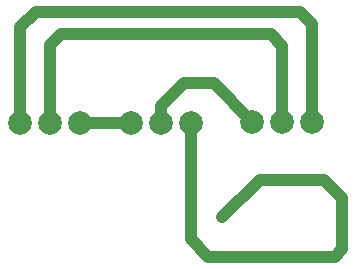
<source format=gbr>
G04 #@! TF.GenerationSoftware,KiCad,Pcbnew,(5.0.2)-1*
G04 #@! TF.CreationDate,2019-04-16T15:50:39+02:00*
G04 #@! TF.ProjectId,PCBPRUEBACNC,50434250-5255-4454-9241-434e432e6b69,rev?*
G04 #@! TF.SameCoordinates,Original*
G04 #@! TF.FileFunction,Copper,L1,Top*
G04 #@! TF.FilePolarity,Positive*
%FSLAX46Y46*%
G04 Gerber Fmt 4.6, Leading zero omitted, Abs format (unit mm)*
G04 Created by KiCad (PCBNEW (5.0.2)-1) date 16/04/2019 15:50:39*
%MOMM*%
%LPD*%
G01*
G04 APERTURE LIST*
G04 #@! TA.AperFunction,ComponentPad*
%ADD10C,2.000000*%
G04 #@! TD*
G04 #@! TA.AperFunction,Conductor*
%ADD11C,1.000000*%
G04 #@! TD*
G04 APERTURE END LIST*
D10*
G04 #@! TO.P,REF\002A\002A,3*
G04 #@! TO.N,N/C*
X122740000Y-67500000D03*
G04 #@! TO.P,REF\002A\002A,2*
X120200000Y-67500000D03*
G04 #@! TO.P,REF\002A\002A,1*
X117660000Y-67500000D03*
G04 #@! TD*
G04 #@! TO.P,REF\002A\002A,3*
G04 #@! TO.N,N/C*
X133020000Y-67420000D03*
G04 #@! TO.P,REF\002A\002A,2*
X130480000Y-67420000D03*
G04 #@! TO.P,REF\002A\002A,1*
X127940000Y-67420000D03*
G04 #@! TD*
G04 #@! TO.P,REF\002A\002A,3*
G04 #@! TO.N,N/C*
X113370000Y-67540000D03*
G04 #@! TO.P,REF\002A\002A,2*
X110830000Y-67540000D03*
G04 #@! TO.P,REF\002A\002A,1*
X108290000Y-67540000D03*
G04 #@! TD*
D11*
G04 #@! TO.N,*
X108290000Y-67540000D02*
X108290000Y-59420000D01*
X108290000Y-59420000D02*
X109610000Y-58100000D01*
X109610000Y-58100000D02*
X131990000Y-58100000D01*
X133020000Y-59130000D02*
X133020000Y-67420000D01*
X131990000Y-58100000D02*
X133020000Y-59130000D01*
X110830000Y-67540000D02*
X110830000Y-60930000D01*
X110830000Y-60930000D02*
X111770000Y-59990000D01*
X111770000Y-59990000D02*
X129500000Y-59990000D01*
X130480000Y-60970000D02*
X130480000Y-67420000D01*
X129500000Y-59990000D02*
X130480000Y-60970000D01*
X117620000Y-67540000D02*
X117660000Y-67500000D01*
X113370000Y-67540000D02*
X117620000Y-67540000D01*
X122740000Y-67500000D02*
X122740000Y-77350000D01*
X122740000Y-77350000D02*
X124220000Y-78830000D01*
X124220000Y-78830000D02*
X134900000Y-78830000D01*
X134900000Y-78830000D02*
X135510000Y-78220000D01*
X135510000Y-78220000D02*
X135510000Y-73870000D01*
X135510000Y-73870000D02*
X134000000Y-72360000D01*
X134000000Y-72360000D02*
X128550000Y-72360000D01*
X128550000Y-72360000D02*
X125400000Y-75510000D01*
X124680000Y-64160000D02*
X127940000Y-67420000D01*
X122125787Y-64160000D02*
X124680000Y-64160000D01*
X120200000Y-66085787D02*
X122125787Y-64160000D01*
X120200000Y-67500000D02*
X120200000Y-66085787D01*
G04 #@! TD*
M02*

</source>
